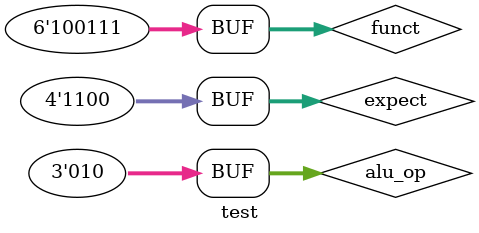
<source format=v>
`include "../ALU/alu_control2.v"

module test;

  reg [5:0] funct;
  reg [2:0] alu_op;
  wire [3:0] aluctrl;
  reg [3:0] expect; 
  alu_control a0 (
    .funct(funct),
    .alu_op(alu_op), 
    .aluctrl(aluctrl));
  
  initial begin
    $monitor ($time, ": funct=%b\top=%b\taluctrl=%b\texpect=%b", funct, alu_op, aluctrl, expect);  
    #5 funct  = 6'b100000; alu_op = 3'b00; expect = 4'b0010;
    #5 alu_op = 3'b01;     expect = 4'b0110;
    #5 alu_op = 3'b10;     expect = 4'b0010; //add
    #5 funct  = 6'b100010; expect = 4'b0110; //sub  
    #5 funct  = 6'b100100; expect = 4'b0000; //and
    #5 funct  = 6'b100101; expect = 4'b0001; //or
    #5 funct  = 6'b101010; expect = 4'b0111; //slt
    #5 funct  = 6'b100111; expect = 4'b1100; //nor

  end

endmodule

</source>
